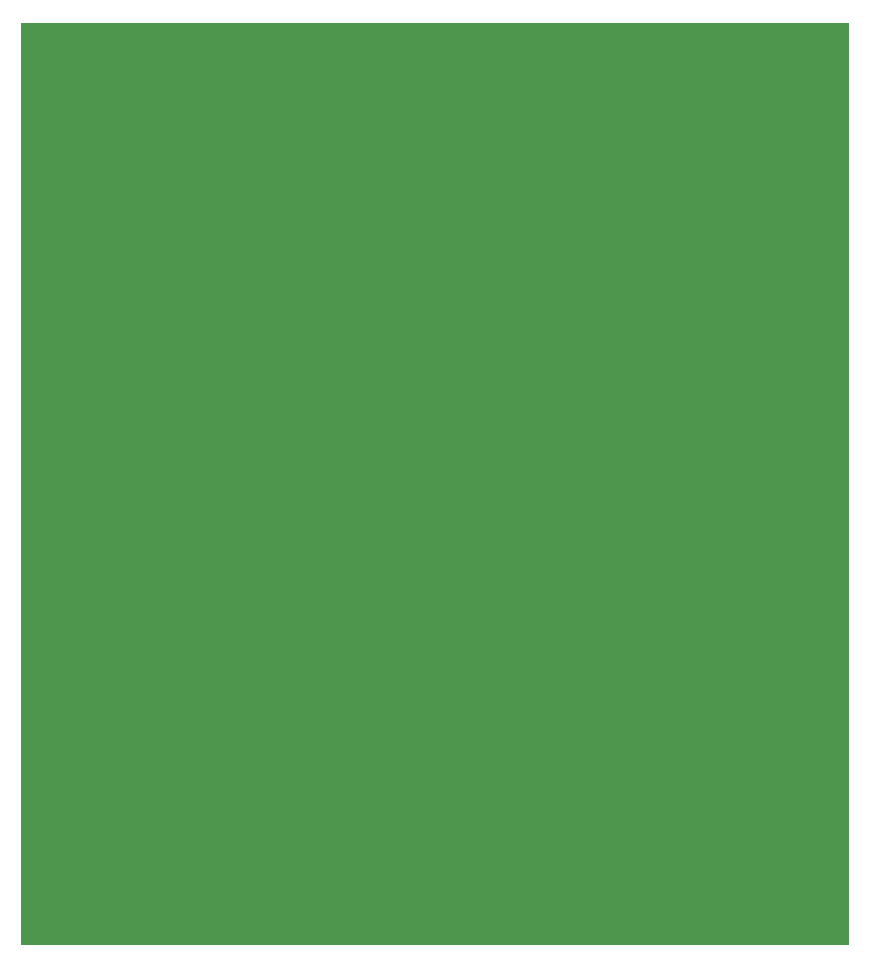
<source format=gbr>
%TF.GenerationSoftware,KiCad,Pcbnew,5.1.10-88a1d61d58~88~ubuntu20.04.1*%
%TF.CreationDate,2021-05-09T11:34:52+02:00*%
%TF.ProjectId,osw-light-modifiedv2,6f73772d-6c69-4676-9874-2d6d6f646966,rev?*%
%TF.SameCoordinates,Original*%
%TF.FileFunction,Other,User*%
%FSLAX46Y46*%
G04 Gerber Fmt 4.6, Leading zero omitted, Abs format (unit mm)*
G04 Created by KiCad (PCBNEW 5.1.10-88a1d61d58~88~ubuntu20.04.1) date 2021-05-09 11:34:52*
%MOMM*%
%LPD*%
G01*
G04 APERTURE LIST*
%ADD10C,0.100000*%
G04 APERTURE END LIST*
D10*
G36*
X175000000Y-112000000D02*
G01*
X105000000Y-112000000D01*
X105000000Y-34000000D01*
X175000000Y-34000000D01*
X175000000Y-112000000D01*
G37*
X175000000Y-112000000D02*
X105000000Y-112000000D01*
X105000000Y-34000000D01*
X175000000Y-34000000D01*
X175000000Y-112000000D01*
M02*

</source>
